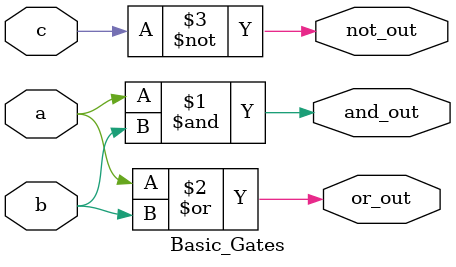
<source format=v>
module Basic_Gates(a,b,c,and_out,or_out,not_out);
	input a,b,c;
	output and_out,or_out,not_out;
	and (and_out,a,b);
	not (not_out,c);
	or (or_out,a,b);
endmodule

</source>
